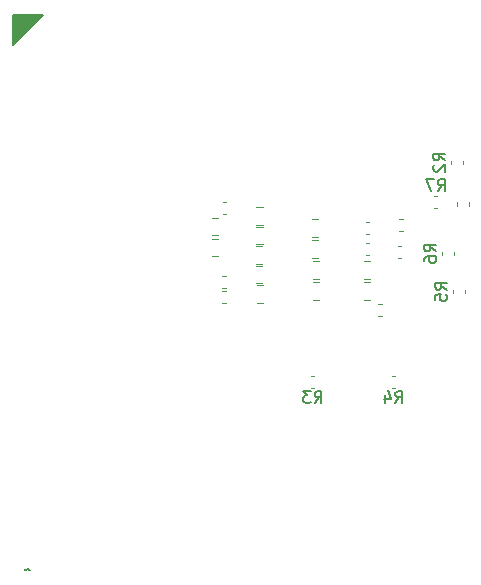
<source format=gbr>
%TF.GenerationSoftware,KiCad,Pcbnew,8.0.2*%
%TF.CreationDate,2024-05-13T17:43:01+03:00*%
%TF.ProjectId,MobileAdapter,4d6f6269-6c65-4416-9461-707465722e6b,rev?*%
%TF.SameCoordinates,Original*%
%TF.FileFunction,Legend,Bot*%
%TF.FilePolarity,Positive*%
%FSLAX46Y46*%
G04 Gerber Fmt 4.6, Leading zero omitted, Abs format (unit mm)*
G04 Created by KiCad (PCBNEW 8.0.2) date 2024-05-13 17:43:01*
%MOMM*%
%LPD*%
G01*
G04 APERTURE LIST*
%ADD10C,0.200000*%
%ADD11C,0.150000*%
%ADD12C,0.120000*%
G04 APERTURE END LIST*
D10*
X88900000Y-69850000D02*
X88900000Y-67310000D01*
X91440000Y-67310000D01*
X88900000Y-69850000D01*
G36*
X88900000Y-69850000D02*
G01*
X88900000Y-67310000D01*
X91440000Y-67310000D01*
X88900000Y-69850000D01*
G37*
D11*
X125516819Y-79623267D02*
X125040628Y-79289934D01*
X125516819Y-79051839D02*
X124516819Y-79051839D01*
X124516819Y-79051839D02*
X124516819Y-79432791D01*
X124516819Y-79432791D02*
X124564438Y-79528029D01*
X124564438Y-79528029D02*
X124612057Y-79575648D01*
X124612057Y-79575648D02*
X124707295Y-79623267D01*
X124707295Y-79623267D02*
X124850152Y-79623267D01*
X124850152Y-79623267D02*
X124945390Y-79575648D01*
X124945390Y-79575648D02*
X124993009Y-79528029D01*
X124993009Y-79528029D02*
X125040628Y-79432791D01*
X125040628Y-79432791D02*
X125040628Y-79051839D01*
X124612057Y-80004220D02*
X124564438Y-80051839D01*
X124564438Y-80051839D02*
X124516819Y-80147077D01*
X124516819Y-80147077D02*
X124516819Y-80385172D01*
X124516819Y-80385172D02*
X124564438Y-80480410D01*
X124564438Y-80480410D02*
X124612057Y-80528029D01*
X124612057Y-80528029D02*
X124707295Y-80575648D01*
X124707295Y-80575648D02*
X124802533Y-80575648D01*
X124802533Y-80575648D02*
X124945390Y-80528029D01*
X124945390Y-80528029D02*
X125516819Y-79956601D01*
X125516819Y-79956601D02*
X125516819Y-80575648D01*
X124893666Y-82209819D02*
X125226999Y-81733628D01*
X125465094Y-82209819D02*
X125465094Y-81209819D01*
X125465094Y-81209819D02*
X125084142Y-81209819D01*
X125084142Y-81209819D02*
X124988904Y-81257438D01*
X124988904Y-81257438D02*
X124941285Y-81305057D01*
X124941285Y-81305057D02*
X124893666Y-81400295D01*
X124893666Y-81400295D02*
X124893666Y-81543152D01*
X124893666Y-81543152D02*
X124941285Y-81638390D01*
X124941285Y-81638390D02*
X124988904Y-81686009D01*
X124988904Y-81686009D02*
X125084142Y-81733628D01*
X125084142Y-81733628D02*
X125465094Y-81733628D01*
X124560332Y-81209819D02*
X123893666Y-81209819D01*
X123893666Y-81209819D02*
X124322237Y-82209819D01*
X124754819Y-87323333D02*
X124278628Y-86990000D01*
X124754819Y-86751905D02*
X123754819Y-86751905D01*
X123754819Y-86751905D02*
X123754819Y-87132857D01*
X123754819Y-87132857D02*
X123802438Y-87228095D01*
X123802438Y-87228095D02*
X123850057Y-87275714D01*
X123850057Y-87275714D02*
X123945295Y-87323333D01*
X123945295Y-87323333D02*
X124088152Y-87323333D01*
X124088152Y-87323333D02*
X124183390Y-87275714D01*
X124183390Y-87275714D02*
X124231009Y-87228095D01*
X124231009Y-87228095D02*
X124278628Y-87132857D01*
X124278628Y-87132857D02*
X124278628Y-86751905D01*
X123754819Y-88180476D02*
X123754819Y-87990000D01*
X123754819Y-87990000D02*
X123802438Y-87894762D01*
X123802438Y-87894762D02*
X123850057Y-87847143D01*
X123850057Y-87847143D02*
X123992914Y-87751905D01*
X123992914Y-87751905D02*
X124183390Y-87704286D01*
X124183390Y-87704286D02*
X124564342Y-87704286D01*
X124564342Y-87704286D02*
X124659580Y-87751905D01*
X124659580Y-87751905D02*
X124707200Y-87799524D01*
X124707200Y-87799524D02*
X124754819Y-87894762D01*
X124754819Y-87894762D02*
X124754819Y-88085238D01*
X124754819Y-88085238D02*
X124707200Y-88180476D01*
X124707200Y-88180476D02*
X124659580Y-88228095D01*
X124659580Y-88228095D02*
X124564342Y-88275714D01*
X124564342Y-88275714D02*
X124326247Y-88275714D01*
X124326247Y-88275714D02*
X124231009Y-88228095D01*
X124231009Y-88228095D02*
X124183390Y-88180476D01*
X124183390Y-88180476D02*
X124135771Y-88085238D01*
X124135771Y-88085238D02*
X124135771Y-87894762D01*
X124135771Y-87894762D02*
X124183390Y-87799524D01*
X124183390Y-87799524D02*
X124231009Y-87751905D01*
X124231009Y-87751905D02*
X124326247Y-87704286D01*
X125680719Y-90564505D02*
X125204528Y-90231172D01*
X125680719Y-89993077D02*
X124680719Y-89993077D01*
X124680719Y-89993077D02*
X124680719Y-90374029D01*
X124680719Y-90374029D02*
X124728338Y-90469267D01*
X124728338Y-90469267D02*
X124775957Y-90516886D01*
X124775957Y-90516886D02*
X124871195Y-90564505D01*
X124871195Y-90564505D02*
X125014052Y-90564505D01*
X125014052Y-90564505D02*
X125109290Y-90516886D01*
X125109290Y-90516886D02*
X125156909Y-90469267D01*
X125156909Y-90469267D02*
X125204528Y-90374029D01*
X125204528Y-90374029D02*
X125204528Y-89993077D01*
X124680719Y-91469267D02*
X124680719Y-90993077D01*
X124680719Y-90993077D02*
X125156909Y-90945458D01*
X125156909Y-90945458D02*
X125109290Y-90993077D01*
X125109290Y-90993077D02*
X125061671Y-91088315D01*
X125061671Y-91088315D02*
X125061671Y-91326410D01*
X125061671Y-91326410D02*
X125109290Y-91421648D01*
X125109290Y-91421648D02*
X125156909Y-91469267D01*
X125156909Y-91469267D02*
X125252147Y-91516886D01*
X125252147Y-91516886D02*
X125490242Y-91516886D01*
X125490242Y-91516886D02*
X125585480Y-91469267D01*
X125585480Y-91469267D02*
X125633100Y-91421648D01*
X125633100Y-91421648D02*
X125680719Y-91326410D01*
X125680719Y-91326410D02*
X125680719Y-91088315D01*
X125680719Y-91088315D02*
X125633100Y-90993077D01*
X125633100Y-90993077D02*
X125585480Y-90945458D01*
X121311666Y-100149819D02*
X121644999Y-99673628D01*
X121883094Y-100149819D02*
X121883094Y-99149819D01*
X121883094Y-99149819D02*
X121502142Y-99149819D01*
X121502142Y-99149819D02*
X121406904Y-99197438D01*
X121406904Y-99197438D02*
X121359285Y-99245057D01*
X121359285Y-99245057D02*
X121311666Y-99340295D01*
X121311666Y-99340295D02*
X121311666Y-99483152D01*
X121311666Y-99483152D02*
X121359285Y-99578390D01*
X121359285Y-99578390D02*
X121406904Y-99626009D01*
X121406904Y-99626009D02*
X121502142Y-99673628D01*
X121502142Y-99673628D02*
X121883094Y-99673628D01*
X120454523Y-99483152D02*
X120454523Y-100149819D01*
X120692618Y-99102200D02*
X120930713Y-99816485D01*
X120930713Y-99816485D02*
X120311666Y-99816485D01*
X114466666Y-100149819D02*
X114799999Y-99673628D01*
X115038094Y-100149819D02*
X115038094Y-99149819D01*
X115038094Y-99149819D02*
X114657142Y-99149819D01*
X114657142Y-99149819D02*
X114561904Y-99197438D01*
X114561904Y-99197438D02*
X114514285Y-99245057D01*
X114514285Y-99245057D02*
X114466666Y-99340295D01*
X114466666Y-99340295D02*
X114466666Y-99483152D01*
X114466666Y-99483152D02*
X114514285Y-99578390D01*
X114514285Y-99578390D02*
X114561904Y-99626009D01*
X114561904Y-99626009D02*
X114657142Y-99673628D01*
X114657142Y-99673628D02*
X115038094Y-99673628D01*
X114133332Y-99149819D02*
X113514285Y-99149819D01*
X113514285Y-99149819D02*
X113847618Y-99530771D01*
X113847618Y-99530771D02*
X113704761Y-99530771D01*
X113704761Y-99530771D02*
X113609523Y-99578390D01*
X113609523Y-99578390D02*
X113561904Y-99626009D01*
X113561904Y-99626009D02*
X113514285Y-99721247D01*
X113514285Y-99721247D02*
X113514285Y-99959342D01*
X113514285Y-99959342D02*
X113561904Y-100054580D01*
X113561904Y-100054580D02*
X113609523Y-100102200D01*
X113609523Y-100102200D02*
X113704761Y-100149819D01*
X113704761Y-100149819D02*
X113990475Y-100149819D01*
X113990475Y-100149819D02*
X114085713Y-100102200D01*
X114085713Y-100102200D02*
X114133332Y-100054580D01*
X89934286Y-114234300D02*
X89977143Y-114277157D01*
X89977143Y-114277157D02*
X90062857Y-114320014D01*
X90062857Y-114320014D02*
X90234286Y-114234300D01*
X90234286Y-114234300D02*
X90320000Y-114277157D01*
X90320000Y-114277157D02*
X90362857Y-114320014D01*
D12*
%TO.C,C22*%
X118792420Y-86612000D02*
X119073580Y-86612000D01*
X118792420Y-86612000D02*
X119073580Y-86612000D01*
X118792420Y-87632000D02*
X119073580Y-87632000D01*
X118792420Y-87632000D02*
X119073580Y-87632000D01*
%TO.C,R10*%
X121806580Y-87886000D02*
X121525420Y-87886000D01*
X121806580Y-86866000D02*
X121525420Y-86866000D01*
%TO.C,C23*%
X118797420Y-84834000D02*
X119078580Y-84834000D01*
X118797420Y-84834000D02*
X119078580Y-84834000D01*
X118797420Y-85854000D02*
X119078580Y-85854000D01*
X118797420Y-85854000D02*
X119078580Y-85854000D01*
%TO.C,R9*%
X121933580Y-85600000D02*
X121652420Y-85600000D01*
X121933580Y-84580000D02*
X121652420Y-84580000D01*
%TO.C,R25*%
X106666420Y-90676000D02*
X106947580Y-90676000D01*
X106666420Y-90676000D02*
X106947580Y-90676000D01*
X106666420Y-91696000D02*
X106947580Y-91696000D01*
X106666420Y-91696000D02*
X106947580Y-91696000D01*
%TO.C,R24*%
X106666420Y-89406000D02*
X106947580Y-89406000D01*
X106666420Y-89406000D02*
X106947580Y-89406000D01*
X106666420Y-90426000D02*
X106947580Y-90426000D01*
X106666420Y-90426000D02*
X106947580Y-90426000D01*
%TO.C,R27*%
X106679420Y-83183000D02*
X106960580Y-83183000D01*
X106679420Y-83183000D02*
X106960580Y-83183000D01*
X106679420Y-84203000D02*
X106960580Y-84203000D01*
X106679420Y-84203000D02*
X106960580Y-84203000D01*
%TO.C,R14*%
X105783748Y-84482000D02*
X106306252Y-84482000D01*
X105783748Y-85952000D02*
X106306252Y-85952000D01*
%TO.C,C15*%
X105783748Y-87730000D02*
X106306252Y-87730000D01*
X105783748Y-86260000D02*
X106306252Y-86260000D01*
%TO.C,C19*%
X114292748Y-89943000D02*
X114815252Y-89943000D01*
X114292748Y-91413000D02*
X114815252Y-91413000D01*
%TO.C,C18*%
X114292748Y-88165000D02*
X114815252Y-88165000D01*
X114292748Y-89635000D02*
X114815252Y-89635000D01*
%TO.C,C17*%
X114231748Y-86387000D02*
X114754252Y-86387000D01*
X114231748Y-87857000D02*
X114754252Y-87857000D01*
%TO.C,C16*%
X114226748Y-84609000D02*
X114749252Y-84609000D01*
X114226748Y-86079000D02*
X114749252Y-86079000D01*
%TO.C,C13*%
X109554748Y-90197000D02*
X110077252Y-90197000D01*
X109554748Y-91667000D02*
X110077252Y-91667000D01*
%TO.C,C12*%
X109527748Y-88546000D02*
X110050252Y-88546000D01*
X109527748Y-90016000D02*
X110050252Y-90016000D01*
%TO.C,C11*%
X109527748Y-88365000D02*
X110050252Y-88365000D01*
X109527748Y-86895000D02*
X110050252Y-86895000D01*
%TO.C,C10*%
X109532748Y-86714000D02*
X110055252Y-86714000D01*
X109532748Y-85244000D02*
X110055252Y-85244000D01*
%TO.C,C9*%
X109532748Y-85063000D02*
X110055252Y-85063000D01*
X109532748Y-83593000D02*
X110055252Y-83593000D01*
%TO.C,C21*%
X118610748Y-88165000D02*
X119133252Y-88165000D01*
X118610748Y-89635000D02*
X119133252Y-89635000D01*
%TO.C,C20*%
X118610748Y-89943000D02*
X119133252Y-89943000D01*
X118610748Y-91413000D02*
X119133252Y-91413000D01*
%TO.C,R2*%
X125982000Y-79930514D02*
X125982000Y-79649354D01*
X127002000Y-79930514D02*
X127002000Y-79649354D01*
%TO.C,R7*%
X124586420Y-83695000D02*
X124867580Y-83695000D01*
X124586420Y-82675000D02*
X124867580Y-82675000D01*
%TO.C,R6*%
X125220000Y-87630580D02*
X125220000Y-87349420D01*
X126240000Y-87630580D02*
X126240000Y-87349420D01*
%TO.C,R5*%
X126145900Y-90871752D02*
X126145900Y-90590592D01*
X127165900Y-90871752D02*
X127165900Y-90590592D01*
%TO.C,R4*%
X121285580Y-98935000D02*
X121004420Y-98935000D01*
X121285580Y-97915000D02*
X121004420Y-97915000D01*
%TO.C,R3*%
X114159420Y-97915000D02*
X114440580Y-97915000D01*
X114159420Y-98935000D02*
X114440580Y-98935000D01*
%TO.C,R8*%
X119861420Y-91819000D02*
X120142580Y-91819000D01*
X119861420Y-92839000D02*
X120142580Y-92839000D01*
%TO.C,R11*%
X127510000Y-83171420D02*
X127510000Y-83452580D01*
X126490000Y-83171420D02*
X126490000Y-83452580D01*
%TD*%
M02*

</source>
